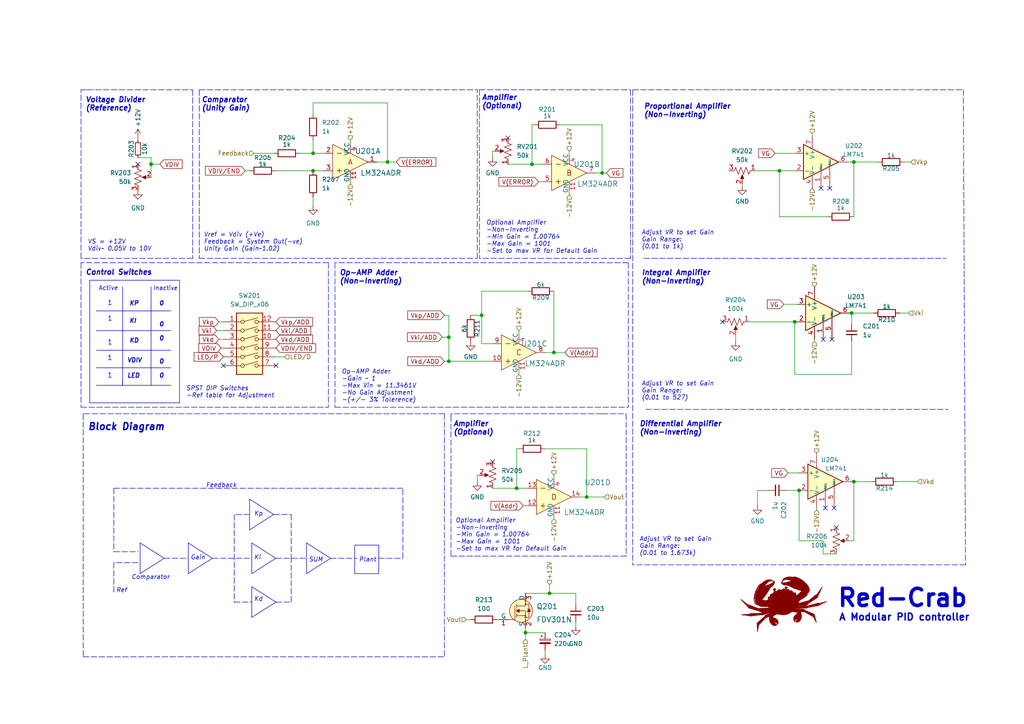
<source format=kicad_sch>
(kicad_sch (version 20211123) (generator eeschema)
  (paper "A4")
  (title_block (title "@aitesam961") (date "2022-07-08") (rev "rc1.0") (company "Designed By:  @aitesam961"))
  (lib_symbols
    (symbol "Amplifier_Operational:LM741" (pin_names (offset 0.127))
      (property "Reference" "U" (at 0 6.35 0))
      (property "Value" "LM741" (at 0 3.81 0))
      (symbol "LM741_1_1"
        (pin input line (at 0 -7.62 90) (length 5.08) (name "NULL") (number "1"))
        (pin input line (at -7.62 -2.54 0) (length 2.54) (name "-") (number "2"))
        (pin input line (at -7.62 2.54 0) (length 2.54) (name "+") (number "3"))
        (pin power_in line (at -2.54 -7.62 90) (length 3.81) (name "V-") (number "4"))
        (pin input line (at 2.54 -7.62 90) (length 6.35) (name "NULL") (number "5"))
        (pin output line (at 7.62 0 180) (length 2.54) (name "~") (number "6"))
        (pin power_in line (at -2.54 7.62 270) (length 3.81) (name "V+") (number "7"))
        (pin no_connect line (at 0 2.54 270) (length 2.54) hide (name "NC") (number "8"))
      )
    )
    (symbol "BananaSchplit-rescue:CP_Small-Device" (pin_numbers hide) (pin_names (offset 0.254) hide)
      (property "Reference" "C" (at 0.254 1.778 0))
      (property "Value" "CP_Small-Device" (at 0.254 -2.032 0))
      (symbol "CP_Small-Device_1_1"
        (pin passive line (at 0 2.54 270) (length 1.8542) (name "~") (number "1"))
        (pin passive line (at 0 -2.54 90) (length 1.8542) (name "~") (number "2"))
      )
    )
    (symbol "Device:C_Small" (pin_numbers hide) (pin_names (offset 0.254) hide)
      (property "Reference" "C" (at 0.254 1.778 0))
      (property "Value" "C_Small" (at 0.254 -2.032 0))
      (symbol "C_Small_1_1"
        (pin passive line (at 0 2.54 270) (length 2.032) (name "~") (number "1"))
        (pin passive line (at 0 -2.54 90) (length 2.032) (name "~") (number "2"))
      )
    )
    (symbol "Device:R" (pin_numbers hide) (pin_names (offset 0))
      (property "Reference" "R" (at 2.032 0 90))
      (property "Value" "R" (at 0 0 90))
      (symbol "R_1_1"
        (pin passive line (at 0 3.81 270) (length 1.27) (name "~") (number "1"))
        (pin passive line (at 0 -3.81 90) (length 1.27) (name "~") (number "2"))
      )
    )
    (symbol "Device:R_Potentiometer_US" (pin_names (offset 1.016) hide)
      (property "Reference" "RV" (at -4.445 0 90))
      (property "Value" "R_Potentiometer_US" (at -2.54 0 90))
      (symbol "R_Potentiometer_US_1_1"
        (pin passive line (at 0 3.81 270) (length 1.27) (name "1") (number "1"))
        (pin passive line (at 3.81 0 180) (length 1.27) (name "2") (number "2"))
        (pin passive line (at 0 -3.81 90) (length 1.27) (name "3") (number "3"))
      )
    )
    (symbol "Device:R_Small" (pin_numbers hide) (pin_names (offset 0.254) hide)
      (property "Reference" "R" (at 0.762 0.508 0))
      (property "Value" "R_Small" (at 0.762 -1.016 0))
      (symbol "R_Small_1_1"
        (pin passive line (at 0 2.54 270) (length 0.762) (name "~") (number "1"))
        (pin passive line (at 0 -2.54 90) (length 0.762) (name "~") (number "2"))
      )
    )
    (symbol "Red-Crab:LOGO" (pin_names (offset 1.016)))
    (symbol "Switch:SW_DIP_x06" (pin_names (offset 0) hide)
      (property "Reference" "SW" (at 0 11.43 0))
      (property "Value" "SW_DIP_x06" (at 0 -8.89 0))
      (symbol "SW_DIP_x06_1_1"
        (pin passive line (at -7.62 7.62 0) (length 5.08) (name "~") (number "1"))
        (pin passive line (at 7.62 2.54 180) (length 5.08) (name "~") (number "10"))
        (pin passive line (at 7.62 5.08 180) (length 5.08) (name "~") (number "11"))
        (pin passive line (at 7.62 7.62 180) (length 5.08) (name "~") (number "12"))
        (pin passive line (at -7.62 5.08 0) (length 5.08) (name "~") (number "2"))
        (pin passive line (at -7.62 2.54 0) (length 5.08) (name "~") (number "3"))
        (pin passive line (at -7.62 0 0) (length 5.08) (name "~") (number "4"))
        (pin passive line (at -7.62 -2.54 0) (length 5.08) (name "~") (number "5"))
        (pin passive line (at -7.62 -5.08 0) (length 5.08) (name "~") (number "6"))
        (pin passive line (at 7.62 -5.08 180) (length 5.08) (name "~") (number "7"))
        (pin passive line (at 7.62 -2.54 180) (length 5.08) (name "~") (number "8"))
        (pin passive line (at 7.62 0 180) (length 5.08) (name "~") (number "9"))
      )
    )
    (symbol "dk_Linear-Amplifiers-Instrumentation-OP-Amps-Buffer-Amps:LM324ADR" (pin_names (offset 0))
      (property "Reference" "U" (at -5.08 6.35 0))
      (property "Value" "LM324ADR" (at 5.08 -5.08 0))
      (symbol "LM324ADR_1_0"
        (text "A" (at 0 0 0) (effects (font (size 1.524 1.524))))
      )
      (symbol "LM324ADR_1_1"
        (pin output line (at 7.62 0 180) (length 2.54) (name "~") (number "1"))
        (pin power_in line (at 0 -5.08 90) (length 2.54) (name "GND") (number "11"))
        (pin input line (at -7.62 2.54 0) (length 2.54) (name "~") (number "2"))
        (pin input line (at -7.62 -2.54 0) (length 2.54) (name "~") (number "3"))
        (pin power_in line (at 0 5.08 270) (length 2.54) (name "VCC") (number "4"))
      )
      (symbol "LM324ADR_2_0"
        (text "B" (at 0 0 0) (effects (font (size 1.524 1.524))))
      )
      (symbol "LM324ADR_2_1"
        (pin power_in line (at 0 -5.08 90) (length 2.54) (name "GND") (number "11"))
        (pin power_in line (at 0 5.08 270) (length 2.54) (name "VCC") (number "4"))
        (pin input line (at -7.62 -2.54 0) (length 2.54) (name "~") (number "5"))
        (pin input line (at -7.62 2.54 0) (length 2.54) (name "~") (number "6"))
        (pin output line (at 7.62 0 180) (length 2.54) (name "~") (number "7"))
      )
      (symbol "LM324ADR_3_0"
        (text "C" (at 0 0 0) (effects (font (size 1.524 1.524))))
      )
      (symbol "LM324ADR_3_1"
        (pin input line (at -7.62 -2.54 0) (length 2.54) (name "~") (number "10"))
        (pin power_in line (at 0 -5.08 90) (length 2.54) (name "GND") (number "11"))
        (pin power_in line (at 0 5.08 270) (length 2.54) (name "VCC") (number "4"))
        (pin output line (at 7.62 0 180) (length 2.54) (name "~") (number "8"))
        (pin input line (at -7.62 2.54 0) (length 2.54) (name "~") (number "9"))
      )
      (symbol "LM324ADR_4_0"
        (text "D" (at 0 0 0) (effects (font (size 1.524 1.524))))
      )
      (symbol "LM324ADR_4_1"
        (pin power_in line (at 0 -5.08 90) (length 2.54) (name "GND") (number "11"))
        (pin input line (at -7.62 -2.54 0) (length 2.54) (name "~") (number "12"))
        (pin input line (at -7.62 2.54 0) (length 2.54) (name "~") (number "13"))
        (pin output line (at 7.62 0 180) (length 2.54) (name "~") (number "14"))
        (pin power_in line (at 0 5.08 270) (length 2.54) (name "VCC") (number "4"))
      )
    )
    (symbol "dk_Transistors-FETs-MOSFETs-Single:FDV301N" (pin_names (offset 0))
      (property "Reference" "Q" (at -2.6924 3.6322 0))
      (property "Value" "FDV301N" (at 3.4544 0 90))
      (symbol "FDV301N_1_1"
        (pin bidirectional line (at -7.62 -2.54 0) (length 2.54) (name "G") (number "1"))
        (pin bidirectional line (at 0 -5.08 90) (length 2.54) (name "S") (number "2"))
        (pin bidirectional line (at 0 5.08 270) (length 2.54) (name "D") (number "3"))
      )
    )
    (symbol "power:+12V" (power) (pin_names (offset 0))
      (property "Value" "+12V" (at 0 3.556 0))
      (symbol "+12V_1_1"
        (pin power_in line (at 0 0 90) (length 0) hide (name "+12V") (number "1"))
      )
    )
    (symbol "power:GND" (power) (pin_names (offset 0))
      (property "Value" "GND" (at 0 -3.81 0))
      (symbol "GND_1_1"
        (pin power_in line (at 0 0 270) (length 0) hide (name "GND") (number "1"))
      )
    )
  )
  (junction (at 160.655 102.235))
  (junction (at 112.395 46.99))
  (junction (at 43.815 47.625))
  (junction (at 152.4 183.515))
  (junction (at 247.015 90.805))
  (junction (at 159.385 172.085))
  (junction (at 149.86 141.605))
  (junction (at 139.7 91.44))
  (junction (at 130.175 104.775))
  (junction (at 226.06 49.53))
  (junction (at 170.18 144.145))
  (junction (at 90.805 44.45))
  (junction (at 231.775 142.24))
  (junction (at 247.65 139.7))
  (junction (at 154.305 47.625))
  (junction (at 90.805 49.53))
  (junction (at 174.625 50.165))
  (junction (at 230.505 93.345))
  (junction (at 247.65 46.99))
  (junction (at 130.175 97.79))
  (no_connect (at 147.32 40.005))
  (no_connect (at 40.005 47.625))
  (no_connect (at 142.875 133.985))
  (no_connect (at 238.125 54.61))
  (no_connect (at 240.665 54.61))
  (no_connect (at 238.76 98.425))
  (no_connect (at 241.3 98.425))
  (no_connect (at 241.935 147.32))
  (no_connect (at 239.395 147.32))
  (no_connect (at 209.55 93.345))
  (no_connect (at 242.57 153.035))
  (no_connect (at 64.77 106.045))
  (no_connect (at 80.01 106.045))
  (polyline (pts (xy 181.61 120.015) (xy 181.61 161.29)))
  (wire (pts (xy 231.775 142.24) (xy 231.775 156.845)))
  (polyline (pts (xy 182.88 74.93) (xy 139.065 74.93)))
  (polyline (pts (xy 40.64 157.48) (xy 47.625 161.925)) (stroke (width 0) (type solid)))
  (polyline (pts (xy 182.245 76.2) (xy 97.155 76.2)))
  (wire (pts (xy 236.855 131.445) (xy 236.855 132.08)))
  (polyline (pts (xy 47.625 161.925) (xy 47.625 161.925)) (stroke (width 0) (type solid)))
  (polyline (pts (xy 23.495 74.93) (xy 23.495 26.035)))
  (wire (pts (xy 160.655 84.455) (xy 160.655 102.235)))
  (wire (pts (xy 215.265 53.34) (xy 215.265 53.975)))
  (wire (pts (xy 160.655 149.225) (xy 160.655 150.495)))
  (polyline (pts (xy 139.065 26.035) (xy 139.065 74.93)))
  (wire (pts (xy 64.135 100.965) (xy 64.77 100.965)))
  (wire (pts (xy 128.905 104.775) (xy 130.175 104.775)))
  (polyline (pts (xy 24.13 190.5) (xy 128.905 190.5)))
  (polyline (pts (xy 181.61 161.29) (xy 173.99 161.29)))
  (wire (pts (xy 40.005 40.005) (xy 40.005 40.64)))
  (wire (pts (xy 80.01 49.53) (xy 90.805 49.53)))
  (wire (pts (xy 236.22 99.06) (xy 236.22 98.425)))
  (wire (pts (xy 242.57 160.655) (xy 238.76 160.655)))
  (wire (pts (xy 153.035 84.455) (xy 139.7 84.455)))
  (polyline (pts (xy 35.56 83.185) (xy 35.56 111.76)) (stroke (width 0) (type solid)))
  (polyline (pts (xy 139.065 26.035) (xy 182.88 26.035)))
  (wire (pts (xy 154.305 36.195) (xy 154.305 47.625)))
  (wire (pts (xy 170.18 144.145) (xy 175.26 144.145)))
  (wire (pts (xy 230.505 108.585) (xy 230.505 93.345)))
  (polyline (pts (xy 57.785 26.035) (xy 57.785 74.93)))
  (wire (pts (xy 235.585 38.735) (xy 235.585 39.37)))
  (wire (pts (xy 90.805 44.45) (xy 93.98 44.45)))
  (wire (pts (xy 247.65 139.7) (xy 252.73 139.7)))
  (wire (pts (xy 247.015 108.585) (xy 230.505 108.585)))
  (polyline (pts (xy 106.045 158.115) (xy 102.87 158.115)) (stroke (width 0) (type solid)))
  (wire (pts (xy 165.1 55.245) (xy 165.1 56.515)))
  (wire (pts (xy 158.115 188.595) (xy 158.115 189.865)))
  (wire (pts (xy 144.145 179.705) (xy 144.78 179.705)))
  (wire (pts (xy 174.625 50.165) (xy 172.72 50.165)))
  (polyline (pts (xy 130.81 120.015) (xy 130.81 120.65)))
  (wire (pts (xy 174.625 50.165) (xy 175.895 50.165)))
  (polyline (pts (xy 73.025 166.37) (xy 80.01 161.925)) (stroke (width 0) (type solid)))
  (wire (pts (xy 136.525 91.44) (xy 139.7 91.44)))
  (polyline (pts (xy 73.025 157.48) (xy 80.01 161.925)) (stroke (width 0) (type solid)))
  (polyline (pts (xy 97.155 118.11) (xy 182.245 118.11)))
  (polyline (pts (xy 116.84 161.925) (xy 116.84 141.605)))
  (wire (pts (xy 260.985 90.805) (xy 263.525 90.805)))
  (polyline (pts (xy 182.245 76.2) (xy 182.245 118.11)))
  (wire (pts (xy 227.965 142.24) (xy 231.775 142.24)))
  (polyline (pts (xy 80.01 174.625) (xy 80.01 174.625)) (stroke (width 0) (type solid)))
  (polyline (pts (xy 95.885 161.925) (xy 103.505 161.925)))
  (wire (pts (xy 231.14 93.345) (xy 230.505 93.345)))
  (polyline (pts (xy 24.13 120.015) (xy 24.13 190.5)))
  (polyline (pts (xy 27.94 95.885) (xy 49.53 95.885)) (stroke (width 0) (type solid)))
  (wire (pts (xy 101.6 40.64) (xy 101.6 41.91)))
  (wire (pts (xy 247.015 139.7) (xy 247.65 139.7)))
  (wire (pts (xy 73.66 44.45) (xy 79.375 44.45)))
  (wire (pts (xy 213.36 97.155) (xy 213.36 99.06)))
  (wire (pts (xy 238.76 160.655) (xy 238.76 156.845)))
  (wire (pts (xy 246.38 90.805) (xy 247.015 90.805)))
  (wire (pts (xy 101.6 52.07) (xy 101.6 53.34)))
  (wire (pts (xy 219.71 142.24) (xy 219.71 146.685)))
  (wire (pts (xy 260.35 139.7) (xy 266.065 139.7)))
  (wire (pts (xy 135.255 179.705) (xy 136.525 179.705)))
  (polyline (pts (xy 97.155 76.2) (xy 97.155 118.11)))
  (wire (pts (xy 152.4 183.515) (xy 152.4 182.245)))
  (wire (pts (xy 247.65 139.7) (xy 247.65 156.845)))
  (polyline (pts (xy 27.94 111.76) (xy 49.53 111.76)) (stroke (width 0) (type solid)))
  (wire (pts (xy 247.015 90.805) (xy 247.015 93.98)))
  (wire (pts (xy 114.935 46.99) (xy 112.395 46.99)))
  (polyline (pts (xy 40.64 157.48) (xy 40.64 166.37)) (stroke (width 0) (type solid)))
  (wire (pts (xy 238.76 156.845) (xy 231.775 156.845)))
  (polyline (pts (xy 88.9 157.48) (xy 88.9 166.37)) (stroke (width 0) (type solid)))
  (polyline (pts (xy 95.25 76.2) (xy 95.25 118.11)))
  (polyline (pts (xy 26.035 81.28) (xy 26.035 116.84)) (stroke (width 0) (type solid)))
  (wire (pts (xy 157.48 52.705) (xy 156.21 52.705)))
  (wire (pts (xy 247.65 46.99) (xy 254.635 46.99)))
  (wire (pts (xy 62.865 95.885) (xy 64.77 95.885)))
  (polyline (pts (xy 33.02 160.02) (xy 40.005 160.02)))
  (wire (pts (xy 142.875 43.815) (xy 142.875 45.72)))
  (polyline (pts (xy 67.945 174.625) (xy 73.025 174.625)))
  (polyline (pts (xy 84.455 149.225) (xy 84.455 161.925)))
  (wire (pts (xy 247.015 99.06) (xy 247.015 108.585)))
  (polyline (pts (xy 128.905 120.015) (xy 24.13 120.015)))
  (polyline (pts (xy 95.25 76.2) (xy 23.495 76.2)))
  (wire (pts (xy 154.94 36.195) (xy 154.305 36.195)))
  (wire (pts (xy 139.7 91.44) (xy 139.7 99.695)))
  (wire (pts (xy 82.55 103.505) (xy 80.01 103.505)))
  (polyline (pts (xy 55.88 26.035) (xy 55.88 74.93)))
  (wire (pts (xy 130.175 97.79) (xy 130.175 104.775)))
  (polyline (pts (xy 173.99 161.29) (xy 173.99 161.29)))
  (wire (pts (xy 43.815 45.72) (xy 43.815 47.625)))
  (polyline (pts (xy 182.88 26.035) (xy 182.88 74.93)))
  (wire (pts (xy 247.015 90.805) (xy 253.365 90.805)))
  (wire (pts (xy 112.395 29.845) (xy 112.395 46.99)))
  (polyline (pts (xy 183.515 26.035) (xy 183.515 163.83)))
  (wire (pts (xy 128.905 91.44) (xy 130.175 91.44)))
  (wire (pts (xy 142.875 141.605) (xy 149.86 141.605)))
  (wire (pts (xy 226.06 49.53) (xy 230.505 49.53)))
  (polyline (pts (xy 112.395 141.605) (xy 33.02 141.605)) (stroke (width 0) (type dash)))
  (polyline (pts (xy 25.4 26.035) (xy 55.88 26.035)))
  (wire (pts (xy 150.495 95.885) (xy 150.495 97.155)))
  (polyline (pts (xy 72.39 149.225) (xy 67.945 149.225)))
  (wire (pts (xy 43.815 47.625) (xy 43.815 51.435)))
  (wire (pts (xy 247.65 156.845) (xy 246.38 156.845)))
  (polyline (pts (xy 130.81 161.29) (xy 173.99 161.29)))
  (wire (pts (xy 226.06 62.865) (xy 226.06 49.53)))
  (polyline (pts (xy 128.905 120.015) (xy 128.905 190.5)))
  (wire (pts (xy 90.805 49.53) (xy 93.98 49.53)))
  (wire (pts (xy 86.995 44.45) (xy 90.805 44.45)))
  (polyline (pts (xy 174.625 120.015) (xy 181.61 120.015)))
  (polyline (pts (xy 138.43 74.93) (xy 138.43 26.035)))
  (wire (pts (xy 227.33 88.265) (xy 231.14 88.265)))
  (wire (pts (xy 160.655 102.235) (xy 163.83 102.235)))
  (wire (pts (xy 159.385 169.545) (xy 159.385 172.085)))
  (wire (pts (xy 158.115 102.235) (xy 160.655 102.235)))
  (wire (pts (xy 170.18 144.145) (xy 168.275 144.145)))
  (polyline (pts (xy 280.035 163.83) (xy 183.515 163.83)))
  (polyline (pts (xy 57.785 26.035) (xy 138.43 26.035)))
  (wire (pts (xy 40.005 45.72) (xy 43.815 45.72)))
  (polyline (pts (xy 67.945 149.225) (xy 67.945 174.625)))
  (polyline (pts (xy 80.01 161.925) (xy 80.01 161.925)) (stroke (width 0) (type solid)))
  (wire (pts (xy 138.43 137.795) (xy 138.43 139.7)))
  (wire (pts (xy 236.855 147.32) (xy 236.855 147.955)))
  (wire (pts (xy 63.5 98.425) (xy 64.77 98.425)))
  (wire (pts (xy 143.51 43.815) (xy 142.875 43.815)))
  (wire (pts (xy 63.5 93.345) (xy 64.77 93.345)))
  (wire (pts (xy 112.395 46.99) (xy 109.22 46.99)))
  (polyline (pts (xy 73.025 170.18) (xy 73.025 179.07)) (stroke (width 0) (type solid)))
  (polyline (pts (xy 116.84 141.605) (xy 112.395 141.605)))
  (wire (pts (xy 167.005 175.26) (xy 167.005 172.085)))
  (wire (pts (xy 162.56 36.195) (xy 174.625 36.195)))
  (wire (pts (xy 130.175 91.44) (xy 130.175 97.79)))
  (polyline (pts (xy 109.855 161.925) (xy 116.84 161.925)))
  (polyline (pts (xy 27.94 90.17) (xy 49.53 90.17)) (stroke (width 0) (type solid)))
  (wire (pts (xy 262.255 46.99) (xy 264.16 46.99)))
  (wire (pts (xy 158.115 130.175) (xy 170.18 130.175)))
  (wire (pts (xy 224.79 44.45) (xy 230.505 44.45)))
  (polyline (pts (xy 130.81 120.65) (xy 130.81 161.29)))
  (wire (pts (xy 149.86 130.175) (xy 149.86 141.605)))
  (polyline (pts (xy 23.495 118.11) (xy 95.25 118.11)))
  (polyline (pts (xy 61.595 161.925) (xy 61.595 161.925)) (stroke (width 0) (type solid)))
  (wire (pts (xy 90.805 57.15) (xy 90.805 59.69)))
  (polyline (pts (xy 72.39 153.67) (xy 79.375 149.225)) (stroke (width 0) (type solid)))
  (polyline (pts (xy 279.4 26.035) (xy 280.035 163.83)))
  (wire (pts (xy 247.65 46.99) (xy 247.65 62.865)))
  (wire (pts (xy 217.17 93.345) (xy 230.505 93.345)))
  (polyline (pts (xy 187.325 118.745) (xy 274.955 118.745)))
  (polyline (pts (xy 84.455 174.625) (xy 84.455 161.925)))
  (wire (pts (xy 128.27 97.79) (xy 130.175 97.79)))
  (polyline (pts (xy 35.56 110.49) (xy 35.56 111.76)))
  (polyline (pts (xy 79.375 149.225) (xy 84.455 149.225)))
  (polyline (pts (xy 183.515 26.035) (xy 279.4 26.035)))
  (polyline (pts (xy 52.07 81.28) (xy 52.07 116.84)) (stroke (width 0) (type solid)))
  (wire (pts (xy 90.805 33.02) (xy 90.805 29.845)))
  (polyline (pts (xy 27.94 101.6) (xy 49.53 101.6)) (stroke (width 0) (type solid)))
  (wire (pts (xy 71.12 49.53) (xy 72.39 49.53)))
  (polyline (pts (xy 88.9 166.37) (xy 95.885 161.925)) (stroke (width 0) (type solid)))
  (polyline (pts (xy 102.87 166.37) (xy 109.855 166.37)) (stroke (width 0) (type solid)))
  (wire (pts (xy 222.885 142.24) (xy 219.71 142.24)))
  (wire (pts (xy 153.035 146.685) (xy 151.765 146.685)))
  (wire (pts (xy 149.86 141.605) (xy 153.035 141.605)))
  (wire (pts (xy 159.385 172.085) (xy 152.4 172.085)))
  (polyline (pts (xy 80.01 161.925) (xy 88.9 161.925)))
  (polyline (pts (xy 23.495 76.2) (xy 23.495 118.11)))
  (wire (pts (xy 142.875 104.775) (xy 130.175 104.775)))
  (polyline (pts (xy 54.61 157.48) (xy 54.61 166.37)) (stroke (width 0) (type solid)))
  (polyline (pts (xy 102.87 158.115) (xy 102.87 166.37)) (stroke (width 0) (type solid)))
  (wire (pts (xy 139.7 84.455) (xy 139.7 91.44)))
  (polyline (pts (xy 57.785 74.93) (xy 138.43 74.93)))
  (polyline (pts (xy 95.885 161.925) (xy 95.885 161.925)) (stroke (width 0) (type solid)))
  (polyline (pts (xy 79.375 149.225) (xy 79.375 149.225)) (stroke (width 0) (type solid)))
  (polyline (pts (xy 55.88 74.93) (xy 23.495 74.93)))
  (wire (pts (xy 90.805 40.64) (xy 90.805 44.45)))
  (polyline (pts (xy 47.625 161.925) (xy 54.61 161.925)))
  (wire (pts (xy 240.03 62.865) (xy 226.06 62.865)))
  (polyline (pts (xy 27.94 106.68) (xy 49.53 106.68)) (stroke (width 0) (type solid)))
  (wire (pts (xy 147.32 47.625) (xy 154.305 47.625)))
  (wire (pts (xy 160.655 137.795) (xy 160.655 139.065)))
  (polyline (pts (xy 54.61 166.37) (xy 61.595 161.925)) (stroke (width 0) (type solid)))
  (wire (pts (xy 165.1 43.815) (xy 165.1 45.085)))
  (wire (pts (xy 152.4 185.42) (xy 152.4 183.515)))
  (wire (pts (xy 139.7 99.695) (xy 142.875 99.695)))
  (polyline (pts (xy 106.045 158.115) (xy 109.855 158.115)) (stroke (width 0) (type solid)))
  (polyline (pts (xy 26.035 81.28) (xy 52.07 81.28)) (stroke (width 0) (type solid)))
  (polyline (pts (xy 109.855 166.37) (xy 109.855 158.115)) (stroke (width 0) (type solid)))
  (polyline (pts (xy 61.595 161.925) (xy 72.39 161.925)))
  (polyline (pts (xy 73.025 179.07) (xy 80.01 174.625)) (stroke (width 0) (type solid)))
  (wire (pts (xy 43.815 47.625) (xy 46.355 47.625)))
  (polyline (pts (xy 33.02 141.605) (xy 33.02 160.02)))
  (polyline (pts (xy 72.39 144.78) (xy 79.375 149.225)) (stroke (width 0) (type solid)))
  (polyline (pts (xy 72.39 144.78) (xy 72.39 153.67)) (stroke (width 0) (type solid)))
  (polyline (pts (xy 43.815 83.185) (xy 43.815 111.76)) (stroke (width 0) (type solid)))
  (wire (pts (xy 167.005 172.085) (xy 159.385 172.085)))
  (wire (pts (xy 245.745 46.99) (xy 247.65 46.99)))
  (wire (pts (xy 150.495 107.315) (xy 150.495 108.585)))
  (polyline (pts (xy 52.07 116.84) (xy 26.035 116.84)) (stroke (width 0) (type solid)))
  (wire (pts (xy 152.4 183.515) (xy 158.115 183.515)))
  (wire (pts (xy 139.065 137.795) (xy 138.43 137.795)))
  (polyline (pts (xy 186.69 74.93) (xy 274.32 74.93)))
  (wire (pts (xy 219.075 49.53) (xy 226.06 49.53)))
  (wire (pts (xy 90.805 29.845) (xy 112.395 29.845)))
  (polyline (pts (xy 80.01 174.625) (xy 84.455 174.625)))
  (polyline (pts (xy 88.9 157.48) (xy 95.885 161.925)) (stroke (width 0) (type solid)))
  (polyline (pts (xy 54.61 157.48) (xy 61.595 161.925)) (stroke (width 0) (type solid)))
  (wire (pts (xy 167.005 181.61) (xy 167.005 180.34)))
  (polyline (pts (xy 33.02 163.195) (xy 33.02 172.085)))
  (polyline (pts (xy 40.64 166.37) (xy 47.625 161.925)) (stroke (width 0) (type solid)))
  (polyline (pts (xy 73.025 157.48) (xy 73.025 166.37)) (stroke (width 0) (type solid)))
  (wire (pts (xy 174.625 36.195) (xy 174.625 50.165)))
  (polyline (pts (xy 174.625 120.015) (xy 130.81 120.015)))
  (wire (pts (xy 150.495 130.175) (xy 149.86 130.175)))
  (wire (pts (xy 154.305 47.625) (xy 157.48 47.625)))
  (polyline (pts (xy 73.025 170.18) (xy 80.01 174.625)) (stroke (width 0) (type solid)))
  (wire (pts (xy 228.6 137.16) (xy 231.775 137.16)))
  (polyline (pts (xy 23.495 26.035) (xy 25.4 26.035)))
  (polyline (pts (xy 40.005 163.195) (xy 33.02 163.195)))
  (wire (pts (xy 170.18 130.175) (xy 170.18 144.145)))
  (text "Comparator\n(Unity Gain)" (at 58.42 32.385 0) (effects (font (size 1.5 1.5) (thickness 0.3) bold italic) (justify left bottom)))
  (text "VDIV\n" (at 36.83 105.41 0) (effects (font (size 1.27 1.27) bold italic) (justify left bottom)))
  (text "Kd" (at 73.66 174.625 0) (effects (font (size 1.27 1.27) italic) (justify left bottom)))
  (text "Amplifier\n(Optional)" (at 139.7 31.75 0) (effects (font (size 1.5 1.5) (thickness 0.3) bold italic) (justify left bottom)))
  (text "SUM" (at 89.535 163.195 0) (effects (font (size 1.27 1.27) italic) (justify left bottom)))
  (text "VS = +12V\nVdiv~ 0.05V to 10V" (at 25.4 73.025 0) (effects (font (size 1.27 1.27) italic) (justify left bottom)))
  (text "Proportional Amplifier\n(Non-Inverting)\n" (at 186.69 34.29 0) (effects (font (size 1.5 1.5) (thickness 0.3) bold italic) (justify left bottom)))
  (text "Optional Amplifier\n-Non-Inverting\n-Min Gain = 1.00764\n-Max Gain = 1001\n-Set to max VR for Default Gain" (at 132.08 160.02 0) (effects (font (size 1.27 1.27) italic) (justify left bottom)))
  (text "Op-AMP Adder\n(Non-Inverting)\n" (at 98.425 82.55 0) (effects (font (size 1.5 1.5) (thickness 0.3) bold italic) (justify left bottom)))
  (text "Inactive" (at 44.45 84.455 0) (effects (font (size 1.2 1.2)) (justify left bottom)))
  (text "Block Diagram" (at 25.4 125.095 0) (effects (font (size 2 2) (thickness 0.4) bold italic) (justify left bottom)))
  (text "Red-Crab" (at 242.57 176.53 0) (effects (font (size 5 5) bold) (justify left bottom)))
  (text "0\n\n0" (at 47.625 109.855 180) (effects (font (size 1.27 1.27) bold italic) (justify right bottom)))
  (text "Optional Amplifier\n-Non-Inverting\n-Min Gain = 1.00764\n-Max Gain = 1001\n-Set to max VR for Default Gain" (at 140.97 73.66 0) (effects (font (size 1.27 1.27) italic) (justify left bottom)))
  (text "1\n\n1\n" (at 31.115 104.775 0) (effects (font (size 1.4 1.4)) (justify left bottom)))
  (text "1\n" (at 31.115 109.855 0) (effects (font (size 1.4 1.4)) (justify left bottom)))
  (text "Ref" (at 33.655 172.085 0) (effects (font (size 1.27 1.27) italic) (justify left bottom)))
  (text "Integral Amplifier\n(Non-Inverting)\n" (at 186.055 82.55 0) (effects (font (size 1.5 1.5) (thickness 0.3) bold italic) (justify left bottom)))
  (text "Op-AMP Adder\n-Gain ~ 1\n-Max Vin = 11.3461V\n-No Gain Adjustment\n-(+/- 3% Tolerence)" (at 99.06 116.84 0) (effects (font (size 1.27 1.27) italic) (justify left bottom)))
  (text "Plant" (at 109.22 163.195 180) (effects (font (size 1.27 1.27) italic) (justify right bottom)))
  (text "Feedback" (at 59.69 141.605 0) (effects (font (size 1.27 1.27) italic) (justify left bottom)))
  (text "Adjust VR to set Gain\nGain Range:\n(0.01 to 1.673k)" (at 185.42 161.29 0) (effects (font (size 1.27 1.27) italic) (justify left bottom)))
  (text "Voltage Divider\n(Reference)" (at 24.765 32.385 0) (effects (font (size 1.5 1.5) (thickness 0.3) bold italic) (justify left bottom)))
  (text "0\n\n0" (at 47.625 99.06 180) (effects (font (size 1.27 1.27) bold italic) (justify right bottom)))
  (text "Adjust VR to set Gain\nGain Range:\n(0.01 to 527)" (at 186.055 116.205 0) (effects (font (size 1.27 1.27) italic) (justify left bottom)))
  (text "Ki" (at 73.66 162.56 0) (effects (font (size 1.27 1.27) italic) (justify left bottom)))
  (text "0" (at 47.625 88.9 180) (effects (font (size 1.27 1.27) bold italic) (justify right bottom)))
  (text "Control Switches\n" (at 24.765 80.01 0) (effects (font (size 1.5 1.5) (thickness 0.3) bold italic) (justify left bottom)))
  (text "Vref = Vdiv (+Ve)\nFeedback = System Out(-ve)\nUnity Gain (Gain~1.02)" (at 59.055 73.025 0) (effects (font (size 1.27 1.27) italic) (justify left bottom)))
  (text "Amplifier\n(Optional)" (at 131.445 126.365 0) (effects (font (size 1.5 1.5) (thickness 0.3) bold italic) (justify left bottom)))
  (text "Gain" (at 55.245 162.56 0) (effects (font (size 1.27 1.27) italic) (justify left bottom)))
  (text "KI" (at 37.465 93.98 0) (effects (font (size 1.27 1.27) bold italic) (justify left bottom)))
  (text "1\n\n1\n" (at 31.115 93.345 0) (effects (font (size 1.4 1.4)) (justify left bottom)))
  (text "SPST DIP Switches\n-Ref table for Adjustment" (at 53.975 115.57 0) (effects (font (size 1.27 1.27) italic) (justify left bottom)))
  (text "Kp" (at 73.66 149.86 0) (effects (font (size 1.27 1.27) italic) (justify left bottom)))
  (text "LED" (at 36.83 109.855 0) (effects (font (size 1.27 1.27) bold italic) (justify left bottom)))
  (text "Active" (at 28.575 84.455 0) (effects (font (size 1.27 1.27)) (justify left bottom)))
  (text "Differential Amplifier\n(Non-Inverting)\n" (at 185.42 126.365 0) (effects (font (size 1.5 1.5) (thickness 0.3) bold italic) (justify left bottom)))
  (text "KP" (at 37.465 88.9 0) (effects (font (size 1.27 1.27) bold italic) (justify left bottom)))
  (text "A Modular PID controller" (at 243.205 180.34 0) (effects (font (size 2 2) bold) (justify left bottom)))
  (text "Adjust VR to set Gain\nGain Range:\n(0.01 to 1k)" (at 186.055 72.39 0) (effects (font (size 1.27 1.27) italic) (justify left bottom)))
  (text "Comparator" (at 38.1 168.275 0) (effects (font (size 1.27 1.27) italic) (justify left bottom)))
  (text "KD" (at 37.465 99.695 0) (effects (font (size 1.27 1.27) bold italic) (justify left bottom)))
  (global_label "V(Addr)" (shape input) (at 163.83 102.235 0) (property "Intersheet References" "${INTERSHEET_REFS}" (effects hide)))
  (global_label "Vkd" (shape input) (at 63.5 98.425 180) (property "Intersheet References" "${INTERSHEET_REFS}" (effects hide)))
  (global_label "V(ERROR)" (shape input) (at 114.935 46.99 0) (property "Intersheet References" "${INTERSHEET_REFS}" (effects hide)))
  (global_label "VDIV" (shape input) (at 46.355 47.625 0) (property "Intersheet References" "${INTERSHEET_REFS}" (effects hide)))
  (global_label "VDIV{slash}END" (shape input) (at 71.12 49.53 180) (property "Intersheet References" "${INTERSHEET_REFS}" (effects hide)))
  (global_label "V(ERROR)" (shape input) (at 156.21 52.705 180) (property "Intersheet References" "${INTERSHEET_REFS}" (effects hide)))
  (global_label "Vkp{slash}ADD" (shape input) (at 128.905 91.44 180) (property "Intersheet References" "${INTERSHEET_REFS}" (effects hide)))
  (global_label "VG" (shape input) (at 175.895 50.165 0) (property "Intersheet References" "${INTERSHEET_REFS}" (effects hide)))
  (global_label "Vkd{slash}ADD" (shape input) (at 128.905 104.775 180) (property "Intersheet References" "${INTERSHEET_REFS}" (effects hide)))
  (global_label "VG" (shape input) (at 227.33 88.265 180) (property "Intersheet References" "${INTERSHEET_REFS}" (effects hide)))
  (global_label "VG" (shape input) (at 228.6 137.16 180) (property "Intersheet References" "${INTERSHEET_REFS}" (effects hide)))
  (global_label "Vkp{slash}ADD" (shape input) (at 80.01 93.345 0) (property "Intersheet References" "${INTERSHEET_REFS}" (effects hide)))
  (global_label "VG" (shape input) (at 224.79 44.45 180) (property "Intersheet References" "${INTERSHEET_REFS}" (effects hide)))
  (global_label "Vki{slash}ADD" (shape input) (at 80.01 95.885 0) (property "Intersheet References" "${INTERSHEET_REFS}" (effects hide)))
  (global_label "VDIV" (shape input) (at 64.135 100.965 180) (property "Intersheet References" "${INTERSHEET_REFS}" (effects hide)))
  (global_label "Vki{slash}ADD" (shape input) (at 128.27 97.79 180) (property "Intersheet References" "${INTERSHEET_REFS}" (effects hide)))
  (global_label "V(Addr)" (shape input) (at 151.765 146.685 180) (property "Intersheet References" "${INTERSHEET_REFS}" (effects hide)))
  (global_label "Vkd{slash}ADD" (shape input) (at 80.01 98.425 0) (property "Intersheet References" "${INTERSHEET_REFS}" (effects hide)))
  (global_label "Vkp" (shape input) (at 63.5 93.345 180) (property "Intersheet References" "${INTERSHEET_REFS}" (effects hide)))
  (global_label "LED{slash}P" (shape input) (at 64.77 103.505 180) (property "Intersheet References" "${INTERSHEET_REFS}" (effects hide)))
  (global_label "Vki" (shape input) (at 62.865 95.885 180) (property "Intersheet References" "${INTERSHEET_REFS}" (effects hide)))
  (global_label "VDIV{slash}END" (shape input) (at 80.01 100.965 0) (property "Intersheet References" "${INTERSHEET_REFS}" (effects hide)))
  (hierarchical_label "+12V" (shape input) (at 236.22 83.185 90))
  (hierarchical_label "Vout" (shape input) (at 135.255 179.705 180))
  (hierarchical_label "-12V" (shape input) (at 150.495 108.585 270))
  (hierarchical_label "+12V" (shape input) (at 236.855 131.445 90))
  (hierarchical_label "Vki" (shape input) (at 263.525 90.805 0))
  (hierarchical_label "+12V" (shape input) (at 150.495 95.885 90))
  (hierarchical_label "+12V" (shape input) (at 160.655 137.795 90))
  (hierarchical_label "-12V" (shape input) (at 160.655 150.495 270))
  (hierarchical_label "Vkd" (shape input) (at 266.065 139.7 0))
  (hierarchical_label "-12V" (shape input) (at 236.855 147.955 270))
  (hierarchical_label "Feedback" (shape input) (at 73.66 44.45 180))
  (hierarchical_label "Vkp" (shape input) (at 264.16 46.99 0))
  (hierarchical_label "-12V" (shape input) (at 101.6 53.34 270))
  (hierarchical_label "+12V" (shape input) (at 159.385 169.545 90))
  (hierarchical_label "L_Plant" (shape input) (at 152.4 185.42 270))
  (hierarchical_label "-12V" (shape input) (at 165.1 56.515 270))
  (hierarchical_label "-12V" (shape input) (at 236.22 99.06 270))
  (hierarchical_label "+12V" (shape input) (at 165.1 43.815 90))
  (hierarchical_label "-12V" (shape input) (at 235.585 54.61 270))
  (hierarchical_label "+12V" (shape input) (at 101.6 40.64 90))
  (hierarchical_label "LED{slash}D" (shape input) (at 82.55 103.505 0))
  (hierarchical_label "Vout" (shape input) (at 175.26 144.145 0))
  (hierarchical_label "+12V" (shape input) (at 235.585 38.735 90))
  (symbol (lib_id "power:GND") (at 136.525 99.06 0) (unit 1)
    (property "Reference" "#PWR0206" (effects hide))
    (property "Value" "GND" (at 136.525 103.505 0))
  )
  (symbol (lib_id "Device:C_Small") (at 225.425 142.24 270) (unit 1)
    (property "Reference" "C202" (at 227.33 145.415 0) (effects (justify left)))
    (property "Value" "1u" (at 224.79 145.415 0) (effects (justify left)))
    (property "Footprint" "Capacitor_SMD:C_1206_3216Metric" (effects hide))
    (property "LCSC Part #" "C13585" (effects hide))
  )
  (symbol (lib_id "dk_Linear-Amplifiers-Instrumentation-OP-Amps-Buffer-Amps:LM324ADR") (at 101.6 46.99 0) (unit 1)
    (property "Reference" "U201" (at 106.68 43.815 0) (effects (font (size 1.524 1.524))))
    (property "Value" "LM324ADR" (at 110.49 50.165 0) (effects (font (size 1.524 1.524))))
    (property "Footprint" "digikey-footprints:SOIC-14_W3.9mm" (effects hide))
    (property "Datasheet" "http://www.ti.com/general/docs/suppproductinfo.tsp?distId=10&gotoUrl=http%3A%2F%2Fwww.ti.com%2Flit%2Fgpn%2Flm224" (effects hide))
    (property "Digi-Key_PN" "296-9540-1-ND" (effects hide))
    (property "MPN" "LM324ADR" (effects hide))
    (property "Category" "Integrated Circuits (ICs)" (effects hide))
    (property "Family" "Linear - Amplifiers - Instrumentation, OP Amps, Buffer Amps" (effects hide))
    (property "DK_Datasheet_Link" "http://www.ti.com/general/docs/suppproductinfo.tsp?distId=10&gotoUrl=http%3A%2F%2Fwww.ti.com%2Flit%2Fgpn%2Flm224" (effects hide))
    (property "DK_Detail_Page" "/product-detail/en/texas-instruments/LM324ADR/296-9540-1-ND/405286" (effects hide))
    (property "Description" "IC OPAMP GP 4 CIRCUIT 14SOIC" (effects hide))
    (property "Manufacturer" "Texas Instruments" (effects hide))
    (property "Status" "Active" (effects hide))
  )
  (symbol (lib_id "BananaSchplit-rescue:CP_Small-Device") (at 158.115 186.055 0) (unit 1)
    (property "Reference" "C204" (at 160.655 184.15 0) (effects (justify left)))
    (property "Value" "220u" (at 160.655 186.69 0) (effects (justify left)))
    (property "Footprint" "Capacitor_SMD:CP_Elec_6.3x7.7" (effects hide))
    (property "LCSC Part #" "C127327" (effects hide))
  )
  (symbol (lib_id "Device:R_Potentiometer_US") (at 142.875 137.795 180) (unit 1)
    (property "Reference" "RV205" (at 145.415 136.5249 0) (effects (justify right)))
    (property "Value" "50k" (at 145.415 139.0649 0) (effects (justify right)))
    (property "Footprint" "Potentiometer_SMD:Potentiometer_Bourns_3214X_Vertical" (effects hide))
  )
  (symbol (lib_id "Device:R") (at 140.335 179.705 90) (unit 1)
    (property "Reference" "R213" (at 140.335 173.99 90))
    (property "Value" "100" (at 140.335 176.53 90))
    (property "Footprint" "Resistor_SMD:R_0402_1005Metric" (effects hide))
  )
  (symbol (lib_id "power:GND") (at 167.005 181.61 0) (unit 1)
    (property "Reference" "#PWR0210" (effects hide))
    (property "Value" "GND" (at 167.005 186.69 0))
  )
  (symbol (lib_id "Device:R") (at 256.54 139.7 90) (unit 1)
    (property "Reference" "R214" (at 256.54 141.605 90))
    (property "Value" "1k" (at 256.54 137.795 90))
    (property "Footprint" "Resistor_SMD:R_0402_1005Metric" (effects hide))
  )
  (symbol (lib_id "Red-Crab:LOGO") (at 227.33 175.26 0) (unit 1)
    (property "Reference" "#G201" (effects hide))
    (property "Value" "LOGO" (effects hide))
  )
  (symbol (lib_id "power:GND") (at 215.265 53.975 0) (unit 1)
    (property "Reference" "#PWR0203" (effects hide))
    (property "Value" "GND" (at 215.265 58.42 0))
  )
  (symbol (lib_id "Amplifier_Operational:LM741") (at 238.125 46.99 0) (unit 1)
    (property "Reference" "U202" (at 247.65 42.291 0))
    (property "Value" "LM741" (at 247.65 44.831 0))
    (property "Footprint" "Package_SO:SOP-8_3.76x4.96mm_P1.27mm" (effects hide))
    (property "Datasheet" "http://www.ti.com/lit/ds/symlink/lm741.pdf" (effects hide))
  )
  (symbol (lib_id "dk_Transistors-FETs-MOSFETs-Single:FDV301N") (at 152.4 177.165 0) (unit 1)
    (property "Reference" "Q201" (at 155.575 175.895 0) (effects (font (size 1.524 1.524)) (justify left)))
    (property "Value" "FDV301N" (at 155.575 179.705 0) (effects (font (size 1.524 1.524)) (justify left)))
    (property "Footprint" "digikey-footprints:SOT-23-3" (effects hide))
    (property "Datasheet" "https://www.onsemi.com/pub/Collateral/FDV301N-D.PDF" (effects hide))
    (property "Digi-Key_PN" "FDV301NCT-ND" (effects hide))
    (property "MPN" "FDV301N" (effects hide))
    (property "Category" "Discrete Semiconductor Products" (effects hide))
    (property "Family" "Transistors - FETs, MOSFETs - Single" (effects hide))
    (property "DK_Datasheet_Link" "https://www.onsemi.com/pub/Collateral/FDV301N-D.PDF" (effects hide))
    (property "DK_Detail_Page" "/product-detail/en/on-semiconductor/FDV301N/FDV301NCT-ND/458954" (effects hide))
    (property "Description" "MOSFET N-CH 25V 220MA SOT-23" (effects hide))
    (property "Manufacturer" "ON Semiconductor" (effects hide))
    (property "Status" "Active" (effects hide))
  )
  (symbol (lib_id "Amplifier_Operational:LM741") (at 238.76 90.805 0) (unit 1)
    (property "Reference" "U203" (at 248.285 86.106 0))
    (property "Value" "LM741" (at 248.285 88.646 0))
    (property "Footprint" "Package_SO:SOP-8_3.76x4.96mm_P1.27mm" (effects hide))
    (property "Datasheet" "http://www.ti.com/lit/ds/symlink/lm741.pdf" (effects hide))
  )
  (symbol (lib_id "power:GND") (at 213.36 99.06 0) (unit 1)
    (property "Reference" "#PWR0207" (effects hide))
    (property "Value" "GND" (at 213.36 104.14 0))
  )
  (symbol (lib_id "Device:R") (at 90.805 53.34 0) (unit 1)
    (property "Reference" "R207" (at 93.345 52.0699 0) (effects (justify left)))
    (property "Value" "1k" (at 93.345 54.6099 0) (effects (justify left)))
    (property "Footprint" "Resistor_SMD:R_0402_1005Metric" (effects hide))
  )
  (symbol (lib_id "Device:R") (at 258.445 46.99 90) (unit 1)
    (property "Reference" "R205" (at 258.445 48.895 90))
    (property "Value" "1k" (at 258.445 45.085 90))
    (property "Footprint" "Resistor_SMD:R_0402_1005Metric" (effects hide))
  )
  (symbol (lib_id "dk_Linear-Amplifiers-Instrumentation-OP-Amps-Buffer-Amps:LM324ADR") (at 150.495 102.235 0) (unit 3)
    (property "Reference" "U201" (at 154.94 99.695 0) (effects (font (size 1.524 1.524))))
    (property "Value" "LM324ADR" (at 158.115 105.41 0) (effects (font (size 1.524 1.524))))
    (property "Footprint" "digikey-footprints:SOIC-14_W3.9mm" (effects hide))
    (property "Datasheet" "http://www.ti.com/general/docs/suppproductinfo.tsp?distId=10&gotoUrl=http%3A%2F%2Fwww.ti.com%2Flit%2Fgpn%2Flm224" (effects hide))
    (property "Digi-Key_PN" "296-9540-1-ND" (effects hide))
    (property "MPN" "LM324ADR" (effects hide))
    (property "Category" "Integrated Circuits (ICs)" (effects hide))
    (property "Family" "Linear - Amplifiers - Instrumentation, OP Amps, Buffer Amps" (effects hide))
    (property "DK_Datasheet_Link" "http://www.ti.com/general/docs/suppproductinfo.tsp?distId=10&gotoUrl=http%3A%2F%2Fwww.ti.com%2Flit%2Fgpn%2Flm224" (effects hide))
    (property "DK_Detail_Page" "/product-detail/en/texas-instruments/LM324ADR/296-9540-1-ND/405286" (effects hide))
    (property "Description" "IC OPAMP GP 4 CIRCUIT 14SOIC" (effects hide))
    (property "Manufacturer" "Texas Instruments" (effects hide))
    (property "Status" "Active" (effects hide))
  )
  (symbol (lib_id "dk_Linear-Amplifiers-Instrumentation-OP-Amps-Buffer-Amps:LM324ADR") (at 165.1 50.165 0) (unit 2)
    (property "Reference" "U201" (at 170.18 47.625 0) (effects (font (size 1.524 1.524))))
    (property "Value" "LM324ADR" (at 173.355 53.34 0) (effects (font (size 1.524 1.524))))
    (property "Footprint" "digikey-footprints:SOIC-14_W3.9mm" (effects hide))
    (property "Datasheet" "http://www.ti.com/general/docs/suppproductinfo.tsp?distId=10&gotoUrl=http%3A%2F%2Fwww.ti.com%2Flit%2Fgpn%2Flm224" (effects hide))
    (property "Digi-Key_PN" "296-9540-1-ND" (effects hide))
    (property "MPN" "LM324ADR" (effects hide))
    (property "Category" "Integrated Circuits (ICs)" (effects hide))
    (property "Family" "Linear - Amplifiers - Instrumentation, OP Amps, Buffer Amps" (effects hide))
    (property "DK_Datasheet_Link" "http://www.ti.com/general/docs/suppproductinfo.tsp?distId=10&gotoUrl=http%3A%2F%2Fwww.ti.com%2Flit%2Fgpn%2Flm224" (effects hide))
    (property "DK_Detail_Page" "/product-detail/en/texas-instruments/LM324ADR/296-9540-1-ND/405286" (effects hide))
    (property "Description" "IC OPAMP GP 4 CIRCUIT 14SOIC" (effects hide))
    (property "Manufacturer" "Texas Instruments" (effects hide))
    (property "Status" "Active" (effects hide))
  )
  (symbol (lib_id "Device:R_Potentiometer_US") (at 213.36 93.345 270) (unit 1)
    (property "Reference" "RV204" (at 213.36 86.995 90))
    (property "Value" "100k" (at 213.36 89.535 90))
    (property "Footprint" "Potentiometer_SMD:Potentiometer_Bourns_3214X_Vertical" (effects hide))
  )
  (symbol (lib_id "power:GND") (at 40.005 55.245 0) (unit 1)
    (property "Reference" "#PWR0204" (effects hide))
    (property "Value" "GND" (at 40.005 60.325 0))
  )
  (symbol (lib_id "power:+12V") (at 40.005 40.005 0) (unit 1)
    (property "Reference" "#PWR0201" (effects hide))
    (property "Value" "+12V" (at 40.005 36.83 90) (effects (justify left)))
  )
  (symbol (lib_id "Device:R") (at 76.2 49.53 90) (unit 1)
    (property "Reference" "R206" (at 76.2 45.72 90))
    (property "Value" "1k" (at 76.2 47.625 90))
    (property "Footprint" "Resistor_SMD:R_0402_1005Metric" (effects hide))
  )
  (symbol (lib_id "Device:R") (at 257.175 90.805 90) (unit 1)
    (property "Reference" "R210" (at 257.175 92.71 90))
    (property "Value" "1k" (at 257.175 88.9 90))
    (property "Footprint" "Resistor_SMD:R_0402_1005Metric" (effects hide))
  )
  (symbol (lib_id "Amplifier_Operational:LM741") (at 239.395 139.7 0) (unit 1)
    (property "Reference" "U204" (at 240.665 133.35 0))
    (property "Value" "LM741" (at 242.57 135.89 0))
    (property "Footprint" "Package_SO:SOP-8_3.76x4.96mm_P1.27mm" (effects hide))
    (property "Datasheet" "http://www.ti.com/lit/ds/symlink/lm741.pdf" (effects hide))
  )
  (symbol (lib_id "Device:R_Potentiometer_US") (at 147.32 43.815 180) (unit 1)
    (property "Reference" "RV201" (at 149.86 42.5449 0) (effects (justify right)))
    (property "Value" "50k" (at 149.86 45.0849 0) (effects (justify right)))
    (property "Footprint" "Potentiometer_SMD:Potentiometer_Bourns_3214X_Vertical" (effects hide))
  )
  (symbol (lib_id "power:GND") (at 219.71 146.685 0) (unit 1)
    (property "Reference" "#PWR0209" (effects hide))
    (property "Value" "GND" (at 219.71 151.13 0))
  )
  (symbol (lib_id "Device:R_Potentiometer_US") (at 242.57 156.845 0) (unit 1)
    (property "Reference" "RV206" (at 240.03 155.5749 0) (effects (justify right)))
    (property "Value" "100k" (at 240.03 158.1149 0) (effects (justify right)))
    (property "Footprint" "Potentiometer_SMD:Potentiometer_Bourns_3214X_Vertical" (effects hide))
  )
  (symbol (lib_id "power:GND") (at 158.115 189.865 0) (unit 1)
    (property "Reference" "#PWR0211" (effects hide))
    (property "Value" "GND" (at 158.115 193.675 0))
  )
  (symbol (lib_id "Device:R") (at 158.75 36.195 90) (unit 1)
    (property "Reference" "R201" (at 158.75 31.75 90))
    (property "Value" "1k" (at 158.75 33.655 90))
    (property "Footprint" "Resistor_SMD:R_0402_1005Metric" (effects hide))
  )
  (symbol (lib_id "Device:R") (at 243.84 62.865 90) (unit 1)
    (property "Reference" "R208" (at 243.84 58.42 90))
    (property "Value" "1k" (at 243.84 60.325 90))
    (property "Footprint" "Resistor_SMD:R_0402_1005Metric" (effects hide))
  )
  (symbol (lib_id "Device:R") (at 156.845 84.455 90) (unit 1)
    (property "Reference" "R209" (at 156.845 86.36 90))
    (property "Value" "6k" (at 156.845 82.55 90))
    (property "Footprint" "Resistor_SMD:R_0402_1005Metric" (effects hide))
  )
  (symbol (lib_id "Device:R") (at 154.305 130.175 90) (unit 1)
    (property "Reference" "R212" (at 154.305 125.73 90))
    (property "Value" "1k" (at 154.305 127.635 90))
    (property "Footprint" "Resistor_SMD:R_0402_1005Metric" (effects hide))
  )
  (symbol (lib_id "power:GND") (at 90.805 59.69 0) (unit 1)
    (property "Reference" "#PWR0205" (effects hide))
    (property "Value" "GND" (at 90.805 64.77 0))
  )
  (symbol (lib_id "power:GND") (at 142.875 45.72 0) (unit 1)
    (property "Reference" "#PWR0202" (effects hide))
    (property "Value" "GND" (at 142.875 50.165 0))
  )
  (symbol (lib_id "power:GND") (at 138.43 139.7 0) (unit 1)
    (property "Reference" "#PWR0208" (effects hide))
    (property "Value" "GND" (at 138.43 144.145 0))
  )
  (symbol (lib_id "dk_Linear-Amplifiers-Instrumentation-OP-Amps-Buffer-Amps:LM324ADR") (at 160.655 144.145 0) (unit 4)
    (property "Reference" "U201" (at 173.355 139.9287 0) (effects (font (size 1.524 1.524))))
    (property "Value" "LM324ADR" (at 169.545 148.59 0) (effects (font (size 1.524 1.524))))
    (property "Footprint" "digikey-footprints:SOIC-14_W3.9mm" (effects hide))
    (property "Datasheet" "http://www.ti.com/general/docs/suppproductinfo.tsp?distId=10&gotoUrl=http%3A%2F%2Fwww.ti.com%2Flit%2Fgpn%2Flm224" (effects hide))
    (property "Digi-Key_PN" "296-9540-1-ND" (effects hide))
    (property "MPN" "LM324ADR" (effects hide))
    (property "Category" "Integrated Circuits (ICs)" (effects hide))
    (property "Family" "Linear - Amplifiers - Instrumentation, OP Amps, Buffer Amps" (effects hide))
    (property "DK_Datasheet_Link" "http://www.ti.com/general/docs/suppproductinfo.tsp?distId=10&gotoUrl=http%3A%2F%2Fwww.ti.com%2Flit%2Fgpn%2Flm224" (effects hide))
    (property "DK_Detail_Page" "/product-detail/en/texas-instruments/LM324ADR/296-9540-1-ND/405286" (effects hide))
    (property "Description" "IC OPAMP GP 4 CIRCUIT 14SOIC" (effects hide))
    (property "Manufacturer" "Texas Instruments" (effects hide))
    (property "Status" "Active" (effects hide))
  )
  (symbol (lib_id "Device:R_Small") (at 40.005 43.18 0) (unit 1)
    (property "Reference" "R203" (at 38.1 43.18 90))
    (property "Value" "10k" (at 41.91 43.18 90))
    (property "Footprint" "Resistor_SMD:R_0603_1608Metric" (effects hide))
    (property "LCSC Part #" "C22775" (effects hide))
  )
  (symbol (lib_id "Device:C_Small") (at 167.005 177.8 0) (unit 1)
    (property "Reference" "C203" (at 170.18 176.53 0) (effects (justify left)))
    (property "Value" "10u" (at 170.18 179.07 0) (effects (justify left)))
    (property "Footprint" "Capacitor_SMD:C_1206_3216Metric" (effects hide))
    (property "LCSC Part #" "C13585" (effects hide))
  )
  (symbol (lib_id "Switch:SW_DIP_x06") (at 72.39 100.965 0) (unit 1)
    (property "Reference" "SW201" (at 72.39 85.725 0))
    (property "Value" "SW_DIP_x06" (at 72.39 88.265 0))
    (property "Footprint" "Button_Switch_SMD:SW_DIP_SPSTx08_Slide_6.7x21.88mm_W8.61mm_P2.54mm_LowProfile" (effects hide))
  )
  (symbol (lib_id "Device:R") (at 90.805 36.83 0) (unit 1)
    (property "Reference" "R202" (at 93.345 35.5599 0) (effects (justify left)))
    (property "Value" "1k" (at 93.345 38.0999 0) (effects (justify left)))
    (property "Footprint" "Resistor_SMD:R_0402_1005Metric" (effects hide))
  )
  (symbol (lib_id "Device:R_Potentiometer_US") (at 40.005 51.435 0) (unit 1)
    (property "Reference" "RV203" (at 38.1 50.1649 0) (effects (justify right)))
    (property "Value" "50k" (at 38.1 52.7049 0) (effects (justify right)))
    (property "Footprint" "Potentiometer_SMD:Potentiometer_Bourns_3214X_Vertical" (effects hide))
  )
  (symbol (lib_id "Device:C_Small") (at 247.015 96.52 0) (unit 1)
    (property "Reference" "C201" (at 250.19 94.615 0) (effects (justify left)))
    (property "Value" "1u" (at 250.19 97.155 0) (effects (justify left)))
    (property "Footprint" "Capacitor_SMD:C_1206_3216Metric" (effects hide))
    (property "LCSC Part #" "C13585" (effects hide))
  )
  (symbol (lib_id "Device:R_Potentiometer_US") (at 215.265 49.53 270) (unit 1)
    (property "Reference" "RV202" (at 215.265 43.815 90))
    (property "Value" "50k" (at 215.265 46.355 90))
    (property "Footprint" "Potentiometer_SMD:Potentiometer_Bourns_3214X_Vertical" (effects hide))
  )
  (symbol (lib_id "Device:R") (at 136.525 95.25 180) (unit 1)
    (property "Reference" "R211" (at 138.43 95.25 90))
    (property "Value" "6k" (at 134.62 95.25 90))
    (property "Footprint" "Resistor_SMD:R_0402_1005Metric" (effects hide))
  )
  (symbol (lib_id "Device:R") (at 83.185 44.45 90) (unit 1)
    (property "Reference" "R204" (at 83.185 40.005 90))
    (property "Value" "1k" (at 83.185 41.91 90))
    (property "Footprint" "Resistor_SMD:R_0402_1005Metric" (effects hide))
  )
)
</source>
